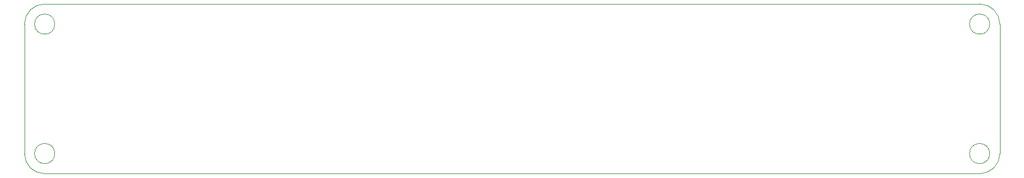
<source format=gm1>
G04*
G04 #@! TF.GenerationSoftware,Altium Limited,Altium Designer,24.0.1 (36)*
G04*
G04 Layer_Color=16711935*
%FSLAX44Y44*%
%MOMM*%
G71*
G04*
G04 #@! TF.SameCoordinates,6AB65015-FC58-47BD-B1F7-23B370D85B0D*
G04*
G04*
G04 #@! TF.FilePolarity,Positive*
G04*
G01*
G75*
%ADD38C,0.0127*%
D38*
X1652270Y758670D02*
G03*
X1622270Y788670I-30000J0D01*
G01*
X237010D02*
G03*
X207010Y758670I0J-30000D01*
G01*
Y565940D02*
G03*
X237010Y535940I30000J0D01*
G01*
X1622270D02*
G03*
X1652270Y565940I0J30000D01*
G01*
X252010D02*
G03*
X252010Y565940I-15000J0D01*
G01*
X1637270Y758670D02*
G03*
X1637270Y758670I-15000J0D01*
G01*
Y565940D02*
G03*
X1637270Y565940I-15000J0D01*
G01*
X252010Y758670D02*
G03*
X252010Y758670I-15000J0D01*
G01*
X237010Y788670D02*
X1622270D01*
X207010Y565940D02*
Y758670D01*
X237010Y535940D02*
X1622270D01*
X1652270Y565940D02*
Y758670D01*
M02*

</source>
